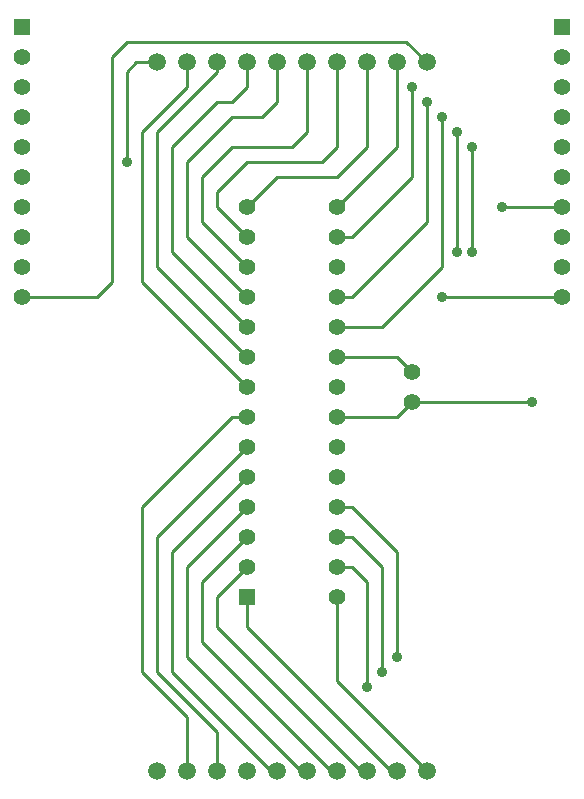
<source format=gbl>
G04 (created by PCBNEW (2013-07-07 BZR 4022)-stable) date 9/9/2014 6:41:59 PM*
%MOIN*%
G04 Gerber Fmt 3.4, Leading zero omitted, Abs format*
%FSLAX34Y34*%
G01*
G70*
G90*
G04 APERTURE LIST*
%ADD10C,0.00590551*%
%ADD11R,0.055X0.055*%
%ADD12C,0.055*%
%ADD13C,0.0590551*%
%ADD14C,0.035*%
%ADD15C,0.01*%
G04 APERTURE END LIST*
G54D10*
G54D11*
X37500Y-16000D03*
G54D12*
X37500Y-17000D03*
X37500Y-18000D03*
X37500Y-19000D03*
X37500Y-20000D03*
X37500Y-21000D03*
X37500Y-22000D03*
X37500Y-23000D03*
X37500Y-24000D03*
X37500Y-25000D03*
G54D11*
X19500Y-16000D03*
G54D12*
X19500Y-17000D03*
X19500Y-18000D03*
X19500Y-19000D03*
X19500Y-20000D03*
X19500Y-21000D03*
X19500Y-22000D03*
X19500Y-23000D03*
X19500Y-24000D03*
X19500Y-25000D03*
X27000Y-34000D03*
X27000Y-33000D03*
X27000Y-32000D03*
X27000Y-31000D03*
X27000Y-30000D03*
X27000Y-29000D03*
X27000Y-28000D03*
X27000Y-27000D03*
X27000Y-26000D03*
X27000Y-25000D03*
X27000Y-24000D03*
X27000Y-23000D03*
X27000Y-22000D03*
G54D11*
X27000Y-35000D03*
G54D12*
X30000Y-22000D03*
X30000Y-23000D03*
X30000Y-24000D03*
X30000Y-25000D03*
X30000Y-26000D03*
X30000Y-27000D03*
X30000Y-28000D03*
X30000Y-29000D03*
X30000Y-30000D03*
X30000Y-31000D03*
X30000Y-32000D03*
X30000Y-33000D03*
X30000Y-34000D03*
X30000Y-35000D03*
G54D13*
X27000Y-40811D03*
X26000Y-40811D03*
X25000Y-40811D03*
X24000Y-40811D03*
X28000Y-40811D03*
X29000Y-40811D03*
X30000Y-40811D03*
X31000Y-40811D03*
X32000Y-40811D03*
X33000Y-40811D03*
X33000Y-17188D03*
X32000Y-17188D03*
X31000Y-17188D03*
X30000Y-17188D03*
X29000Y-17188D03*
X28000Y-17188D03*
X27000Y-17188D03*
X26000Y-17188D03*
X25000Y-17188D03*
X24000Y-17188D03*
G54D12*
X32500Y-27500D03*
X32500Y-28500D03*
G54D14*
X34000Y-23500D03*
X34000Y-19500D03*
X23000Y-20500D03*
X33500Y-19000D03*
X33000Y-18500D03*
X32000Y-37000D03*
X31500Y-37500D03*
X35500Y-22000D03*
X31000Y-38000D03*
X32500Y-18000D03*
X34500Y-20000D03*
X34500Y-23500D03*
X36500Y-28500D03*
X33500Y-25000D03*
G54D15*
X34000Y-23500D02*
X34000Y-19500D01*
X23311Y-17188D02*
X24000Y-17188D01*
X23000Y-17500D02*
X23311Y-17188D01*
X30000Y-35000D02*
X30000Y-37811D01*
X30000Y-37811D02*
X33000Y-40811D01*
X23000Y-20500D02*
X23000Y-17500D01*
X32000Y-40811D02*
X31811Y-40811D01*
X27000Y-36000D02*
X27000Y-35000D01*
X31811Y-40811D02*
X27000Y-36000D01*
X27000Y-26000D02*
X24500Y-23500D01*
X27000Y-18000D02*
X27000Y-17188D01*
X26500Y-18500D02*
X27000Y-18000D01*
X26000Y-18500D02*
X26500Y-18500D01*
X24500Y-20000D02*
X26000Y-18500D01*
X24500Y-23500D02*
X24500Y-20000D01*
X27000Y-25000D02*
X25000Y-23000D01*
X28000Y-18500D02*
X28000Y-17188D01*
X27500Y-19000D02*
X28000Y-18500D01*
X26500Y-19000D02*
X27500Y-19000D01*
X25000Y-20500D02*
X26500Y-19000D01*
X25000Y-23000D02*
X25000Y-20500D01*
X27000Y-24000D02*
X25500Y-22500D01*
X29000Y-19500D02*
X29000Y-17188D01*
X28500Y-20000D02*
X29000Y-19500D01*
X26500Y-20000D02*
X28500Y-20000D01*
X25500Y-21000D02*
X26500Y-20000D01*
X25500Y-22500D02*
X25500Y-21000D01*
X27000Y-23000D02*
X26000Y-22000D01*
X30000Y-20000D02*
X30000Y-17188D01*
X29500Y-20500D02*
X30000Y-20000D01*
X27000Y-20500D02*
X29500Y-20500D01*
X26000Y-21500D02*
X27000Y-20500D01*
X26000Y-22000D02*
X26000Y-21500D01*
X31000Y-17188D02*
X31000Y-20000D01*
X28000Y-21000D02*
X27000Y-22000D01*
X30000Y-21000D02*
X28000Y-21000D01*
X31000Y-20000D02*
X30000Y-21000D01*
X32000Y-17188D02*
X32000Y-20000D01*
X32000Y-20000D02*
X30000Y-22000D01*
X31000Y-40811D02*
X30811Y-40811D01*
X26000Y-35000D02*
X27000Y-34000D01*
X26000Y-36000D02*
X26000Y-35000D01*
X30811Y-40811D02*
X26000Y-36000D01*
X30000Y-40811D02*
X29811Y-40811D01*
X25500Y-34500D02*
X27000Y-33000D01*
X25500Y-36500D02*
X25500Y-34500D01*
X29811Y-40811D02*
X25500Y-36500D01*
X29000Y-40811D02*
X28811Y-40811D01*
X25000Y-34000D02*
X27000Y-32000D01*
X25000Y-37000D02*
X25000Y-34000D01*
X28811Y-40811D02*
X25000Y-37000D01*
X28000Y-40811D02*
X27811Y-40811D01*
X24500Y-33500D02*
X27000Y-31000D01*
X24500Y-37500D02*
X24500Y-33500D01*
X27811Y-40811D02*
X24500Y-37500D01*
X26000Y-40811D02*
X26000Y-39500D01*
X24000Y-33000D02*
X27000Y-30000D01*
X24000Y-37500D02*
X24000Y-33000D01*
X26000Y-39500D02*
X24000Y-37500D01*
X25000Y-40811D02*
X25000Y-39000D01*
X26500Y-29000D02*
X27000Y-29000D01*
X23500Y-32000D02*
X26500Y-29000D01*
X23500Y-37500D02*
X23500Y-32000D01*
X25000Y-39000D02*
X23500Y-37500D01*
X27000Y-28000D02*
X23500Y-24500D01*
X25000Y-18000D02*
X25000Y-17188D01*
X23500Y-19500D02*
X25000Y-18000D01*
X23500Y-24500D02*
X23500Y-19500D01*
X27000Y-27000D02*
X24000Y-24000D01*
X26000Y-17500D02*
X26000Y-17188D01*
X24000Y-19500D02*
X26000Y-17500D01*
X24000Y-24000D02*
X24000Y-19500D01*
X30000Y-26000D02*
X31500Y-26000D01*
X33500Y-24000D02*
X31500Y-26000D01*
X33500Y-24000D02*
X33500Y-19000D01*
X30000Y-25000D02*
X30500Y-25000D01*
X33000Y-22500D02*
X30500Y-25000D01*
X33000Y-22500D02*
X33000Y-18500D01*
X30000Y-32000D02*
X30500Y-32000D01*
X32000Y-33500D02*
X30500Y-32000D01*
X32000Y-33500D02*
X32000Y-37000D01*
X30000Y-33000D02*
X30500Y-33000D01*
X31500Y-34000D02*
X30500Y-33000D01*
X31500Y-34000D02*
X31500Y-37500D01*
X35500Y-22000D02*
X37500Y-22000D01*
X31000Y-34500D02*
X31000Y-38000D01*
X30000Y-34000D02*
X30500Y-34000D01*
X31000Y-34500D02*
X30500Y-34000D01*
X30000Y-23000D02*
X30500Y-23000D01*
X32500Y-21000D02*
X30500Y-23000D01*
X32500Y-21000D02*
X32500Y-18000D01*
X34500Y-23500D02*
X34500Y-20000D01*
X32500Y-28500D02*
X36500Y-28500D01*
X30000Y-29000D02*
X32000Y-29000D01*
X32000Y-29000D02*
X32500Y-28500D01*
X30000Y-27000D02*
X32000Y-27000D01*
X32000Y-27000D02*
X32500Y-27500D01*
X33500Y-25000D02*
X37500Y-25000D01*
X19500Y-25000D02*
X22000Y-25000D01*
X22000Y-25000D02*
X22500Y-24500D01*
X32311Y-16500D02*
X33000Y-17188D01*
X23000Y-16500D02*
X32311Y-16500D01*
X22500Y-17000D02*
X23000Y-16500D01*
X22500Y-24500D02*
X22500Y-17000D01*
M02*

</source>
